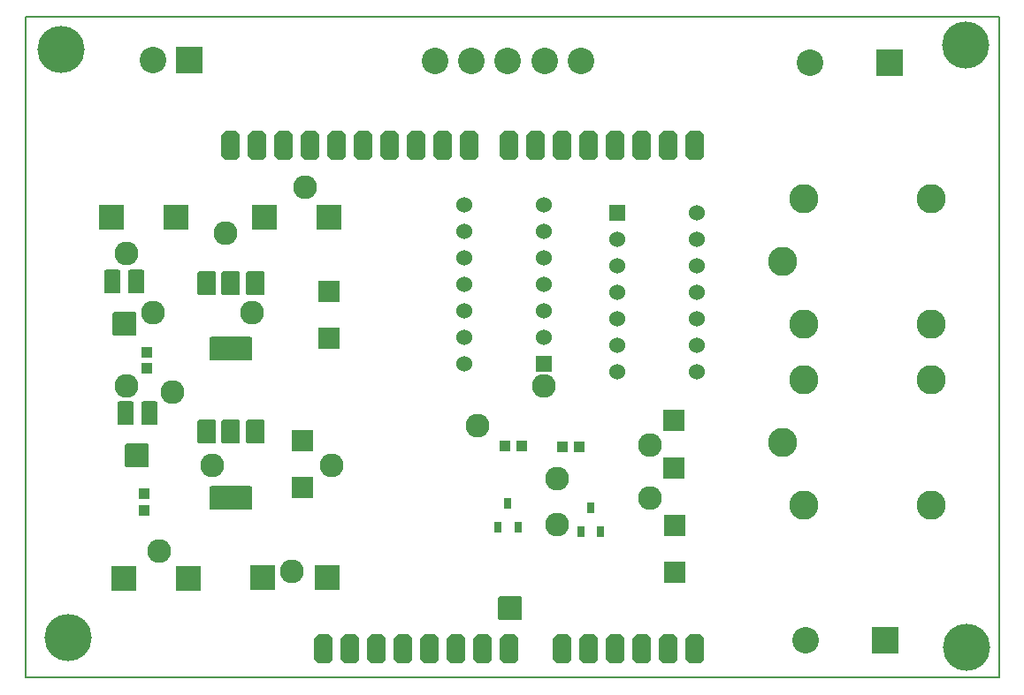
<source format=gbr>
G04 PROTEUS RS274X GERBER FILE*
%FSLAX45Y45*%
%MOMM*%
G01*
%ADD27C,2.286000*%
%AMPPAD025*
4,1,8,
-0.509800,1.397000,
0.509800,1.397000,
0.889000,1.017800,
0.889000,-1.017800,
0.509800,-1.397000,
-0.509800,-1.397000,
-0.889000,-1.017800,
-0.889000,1.017800,
-0.509800,1.397000,
0*%
%ADD31PPAD025*%
%AMPPAD026*
4,1,36,
0.762000,-1.143000,
-0.762000,-1.143000,
-0.787970,-1.140470,
-0.811980,-1.133200,
-0.833580,-1.121650,
-0.852290,-1.106290,
-0.867650,-1.087570,
-0.879200,-1.065980,
-0.886470,-1.041970,
-0.889000,-1.016000,
-0.889000,1.016000,
-0.886470,1.041970,
-0.879200,1.065980,
-0.867650,1.087570,
-0.852290,1.106290,
-0.833580,1.121650,
-0.811980,1.133200,
-0.787970,1.140470,
-0.762000,1.143000,
0.762000,1.143000,
0.787970,1.140470,
0.811980,1.133200,
0.833580,1.121650,
0.852290,1.106290,
0.867650,1.087570,
0.879200,1.065980,
0.886470,1.041970,
0.889000,1.016000,
0.889000,-1.016000,
0.886470,-1.041970,
0.879200,-1.065980,
0.867650,-1.087570,
0.852290,-1.106290,
0.833580,-1.121650,
0.811980,-1.133200,
0.787970,-1.140470,
0.762000,-1.143000,
0*%
%ADD32PPAD026*%
%AMPPAD027*
4,1,36,
-2.032000,-1.016000,
-2.032000,1.016000,
-2.029470,1.041970,
-2.022200,1.065980,
-2.010650,1.087580,
-1.995290,1.106290,
-1.976570,1.121650,
-1.954980,1.133200,
-1.930970,1.140470,
-1.905000,1.143000,
1.905000,1.143000,
1.930970,1.140470,
1.954980,1.133200,
1.976570,1.121650,
1.995290,1.106290,
2.010650,1.087580,
2.022200,1.065980,
2.029470,1.041970,
2.032000,1.016000,
2.032000,-1.016000,
2.029470,-1.041970,
2.022200,-1.065980,
2.010650,-1.087580,
1.995290,-1.106290,
1.976570,-1.121650,
1.954980,-1.133200,
1.930970,-1.140470,
1.905000,-1.143000,
-1.905000,-1.143000,
-1.930970,-1.140470,
-1.954980,-1.133200,
-1.976570,-1.121650,
-1.995290,-1.106290,
-2.010650,-1.087580,
-2.022200,-1.065980,
-2.029470,-1.041970,
-2.032000,-1.016000,
0*%
%ADD33PPAD027*%
%AMPPAD028*
4,1,4,
-1.054100,1.054100,
1.054100,1.054100,
1.054100,-1.054100,
-1.054100,-1.054100,
-1.054100,1.054100,
0*%
%ADD34PPAD028*%
%AMPPAD029*
4,1,4,
-1.181100,1.219200,
1.181100,1.219200,
1.181100,-1.219200,
-1.181100,-1.219200,
-1.181100,1.219200,
0*%
%ADD35PPAD029*%
%AMPPAD030*
4,1,4,
-0.495300,-0.469900,
-0.495300,0.469900,
0.495300,0.469900,
0.495300,-0.469900,
-0.495300,-0.469900,
0*%
%ADD36PPAD030*%
%AMPPAD031*
4,1,36,
0.635000,-1.143000,
-0.635000,-1.143000,
-0.660970,-1.140470,
-0.684980,-1.133200,
-0.706580,-1.121650,
-0.725290,-1.106290,
-0.740650,-1.087570,
-0.752200,-1.065980,
-0.759470,-1.041970,
-0.762000,-1.016000,
-0.762000,1.016000,
-0.759470,1.041970,
-0.752200,1.065980,
-0.740650,1.087570,
-0.725290,1.106290,
-0.706580,1.121650,
-0.684980,1.133200,
-0.660970,1.140470,
-0.635000,1.143000,
0.635000,1.143000,
0.660970,1.140470,
0.684980,1.133200,
0.706580,1.121650,
0.725290,1.106290,
0.740650,1.087570,
0.752200,1.065980,
0.759470,1.041970,
0.762000,1.016000,
0.762000,-1.016000,
0.759470,-1.041970,
0.752200,-1.065980,
0.740650,-1.087570,
0.725290,-1.106290,
0.706580,-1.121650,
0.684980,-1.133200,
0.660970,-1.140470,
0.635000,-1.143000,
0*%
%ADD37PPAD031*%
%AMPPAD032*
4,1,36,
-1.143000,-1.016000,
-1.143000,1.016000,
-1.140470,1.041970,
-1.133200,1.065980,
-1.121650,1.087580,
-1.106290,1.106290,
-1.087570,1.121650,
-1.065980,1.133200,
-1.041970,1.140470,
-1.016000,1.143000,
1.016000,1.143000,
1.041970,1.140470,
1.065980,1.133200,
1.087570,1.121650,
1.106290,1.106290,
1.121650,1.087580,
1.133200,1.065980,
1.140470,1.041970,
1.143000,1.016000,
1.143000,-1.016000,
1.140470,-1.041970,
1.133200,-1.065980,
1.121650,-1.087580,
1.106290,-1.106290,
1.087570,-1.121650,
1.065980,-1.133200,
1.041970,-1.140470,
1.016000,-1.143000,
-1.016000,-1.143000,
-1.041970,-1.140470,
-1.065980,-1.133200,
-1.087570,-1.121650,
-1.106290,-1.106290,
-1.121650,-1.087580,
-1.133200,-1.065980,
-1.140470,-1.041970,
-1.143000,-1.016000,
0*%
%ADD38PPAD032*%
%AMPPAD033*
4,1,36,
0.762000,0.635000,
0.762000,-0.635000,
0.759470,-0.660970,
0.752200,-0.684980,
0.740650,-0.706580,
0.725290,-0.725290,
0.706570,-0.740650,
0.684980,-0.752200,
0.660970,-0.759470,
0.635000,-0.762000,
-0.635000,-0.762000,
-0.660970,-0.759470,
-0.684980,-0.752200,
-0.706570,-0.740650,
-0.725290,-0.725290,
-0.740650,-0.706580,
-0.752200,-0.684980,
-0.759470,-0.660970,
-0.762000,-0.635000,
-0.762000,0.635000,
-0.759470,0.660970,
-0.752200,0.684980,
-0.740650,0.706580,
-0.725290,0.725290,
-0.706570,0.740650,
-0.684980,0.752200,
-0.660970,0.759470,
-0.635000,0.762000,
0.635000,0.762000,
0.660970,0.759470,
0.684980,0.752200,
0.706570,0.740650,
0.725290,0.725290,
0.740650,0.706580,
0.752200,0.684980,
0.759470,0.660970,
0.762000,0.635000,
0*%
%ADD39PPAD033*%
%ADD40C,1.524000*%
%AMPPAD035*
4,1,4,
0.469900,-0.495300,
-0.469900,-0.495300,
-0.469900,0.495300,
0.469900,0.495300,
0.469900,-0.495300,
0*%
%ADD41PPAD035*%
%AMPPAD036*
4,1,4,
0.304800,-0.469900,
-0.304800,-0.469900,
-0.304800,0.469900,
0.304800,0.469900,
0.304800,-0.469900,
0*%
%ADD42PPAD036*%
%AMPPAD037*
4,1,36,
-1.016000,1.143000,
1.016000,1.143000,
1.041970,1.140470,
1.065980,1.133200,
1.087580,1.121650,
1.106290,1.106290,
1.121650,1.087570,
1.133200,1.065980,
1.140470,1.041970,
1.143000,1.016000,
1.143000,-1.016000,
1.140470,-1.041970,
1.133200,-1.065980,
1.121650,-1.087570,
1.106290,-1.106290,
1.087580,-1.121650,
1.065980,-1.133200,
1.041970,-1.140470,
1.016000,-1.143000,
-1.016000,-1.143000,
-1.041970,-1.140470,
-1.065980,-1.133200,
-1.087580,-1.121650,
-1.106290,-1.106290,
-1.121650,-1.087570,
-1.133200,-1.065980,
-1.140470,-1.041970,
-1.143000,-1.016000,
-1.143000,1.016000,
-1.140470,1.041970,
-1.133200,1.065980,
-1.121650,1.087570,
-1.106290,1.106290,
-1.087580,1.121650,
-1.065980,1.133200,
-1.041970,1.140470,
-1.016000,1.143000,
0*%
%ADD43PPAD037*%
%ADD44C,2.794000*%
%AMPPAD039*
4,1,36,
-1.270000,-1.143000,
-1.270000,1.143000,
-1.267470,1.168970,
-1.260200,1.192980,
-1.248650,1.214580,
-1.233290,1.233290,
-1.214570,1.248650,
-1.192980,1.260200,
-1.168970,1.267470,
-1.143000,1.270000,
1.143000,1.270000,
1.168970,1.267470,
1.192980,1.260200,
1.214570,1.248650,
1.233290,1.233290,
1.248650,1.214580,
1.260200,1.192980,
1.267470,1.168970,
1.270000,1.143000,
1.270000,-1.143000,
1.267470,-1.168970,
1.260200,-1.192980,
1.248650,-1.214580,
1.233290,-1.233290,
1.214570,-1.248650,
1.192980,-1.260200,
1.168970,-1.267470,
1.143000,-1.270000,
-1.143000,-1.270000,
-1.168970,-1.267470,
-1.192980,-1.260200,
-1.214570,-1.248650,
-1.233290,-1.233290,
-1.248650,-1.214580,
-1.260200,-1.192980,
-1.267470,-1.168970,
-1.270000,-1.143000,
0*%
%ADD45PPAD039*%
%ADD25C,2.540000*%
%ADD46C,4.508000*%
%AMPPAD041*
4,1,36,
1.143000,-1.270000,
-1.143000,-1.270000,
-1.168970,-1.267470,
-1.192980,-1.260200,
-1.214580,-1.248650,
-1.233290,-1.233290,
-1.248650,-1.214570,
-1.260200,-1.192980,
-1.267470,-1.168970,
-1.270000,-1.143000,
-1.270000,1.143000,
-1.267470,1.168970,
-1.260200,1.192980,
-1.248650,1.214570,
-1.233290,1.233290,
-1.214580,1.248650,
-1.192980,1.260200,
-1.168970,1.267470,
-1.143000,1.270000,
1.143000,1.270000,
1.168970,1.267470,
1.192980,1.260200,
1.214580,1.248650,
1.233290,1.233290,
1.248650,1.214570,
1.260200,1.192980,
1.267470,1.168970,
1.270000,1.143000,
1.270000,-1.143000,
1.267470,-1.168970,
1.260200,-1.192980,
1.248650,-1.214570,
1.233290,-1.233290,
1.214580,-1.248650,
1.192980,-1.260200,
1.168970,-1.267470,
1.143000,-1.270000,
0*%
%ADD47PPAD041*%
%ADD29C,0.203200*%
%TD.AperFunction*%
D27*
X+4532500Y+2708500D03*
X+3770500Y+3724500D03*
X+7961500Y+3407000D03*
X+3897500Y+5947000D03*
X+7961500Y+3915000D03*
X+4913500Y+3724500D03*
X+3262500Y+2899000D03*
X+3389500Y+4423000D03*
X+4151500Y+5185000D03*
X+3199000Y+5185000D03*
X+6945500Y+4486500D03*
X+7072500Y+3153000D03*
X+7072500Y+3597500D03*
X+6310500Y+4105500D03*
X+2945000Y+4486500D03*
X+4659500Y+6391500D03*
X+2945000Y+5756500D03*
D31*
X+8390000Y+6790000D03*
X+8136000Y+6790000D03*
X+7882000Y+6790000D03*
X+7628000Y+6790000D03*
X+5596000Y+1964000D03*
X+7374000Y+6790000D03*
X+7120000Y+6790000D03*
X+5850000Y+1964000D03*
X+6866000Y+6790000D03*
X+6612000Y+6790000D03*
X+6231000Y+6790000D03*
X+5977000Y+6790000D03*
X+5723000Y+6790000D03*
X+5469000Y+6790000D03*
X+5215000Y+6790000D03*
X+4961000Y+6790000D03*
X+4834000Y+1964000D03*
X+7120000Y+1964000D03*
X+7374000Y+1964000D03*
X+7628000Y+1964000D03*
X+7882000Y+1964000D03*
X+8136000Y+1964000D03*
X+8390000Y+1964000D03*
X+4453000Y+6790000D03*
X+6104000Y+1964000D03*
X+6358000Y+1964000D03*
X+4707000Y+6790000D03*
X+5088000Y+1964000D03*
X+5342000Y+1964000D03*
X+3945000Y+6790000D03*
X+4199000Y+6790000D03*
X+6612000Y+1964000D03*
D32*
X+4181140Y+5470000D03*
D33*
X+3950000Y+4840080D03*
D32*
X+3950000Y+5470000D03*
X+3718860Y+5470000D03*
X+4181140Y+4040000D03*
D33*
X+3950000Y+3410080D03*
D32*
X+3950000Y+4040000D03*
X+3718860Y+4040000D03*
D34*
X+4630000Y+3510000D03*
X+4630000Y+3960000D03*
X+4890000Y+4940000D03*
X+4890000Y+5390000D03*
D35*
X+4270000Y+6100000D03*
X+4890000Y+6100000D03*
X+2800000Y+6100000D03*
X+3420000Y+6100000D03*
X+4250000Y+2650000D03*
X+4870000Y+2650000D03*
X+2920000Y+2640000D03*
X+3540000Y+2640000D03*
D36*
X+3120000Y+3290000D03*
X+3120000Y+3450000D03*
X+3140000Y+4650000D03*
X+3140000Y+4810000D03*
D37*
X+2815700Y+5483200D03*
X+3044300Y+5483200D03*
D38*
X+2930000Y+5076800D03*
D39*
X+7648000Y+6144000D03*
D40*
X+7648000Y+5890000D03*
X+7648000Y+5636000D03*
X+7648000Y+5382000D03*
X+7648000Y+5128000D03*
X+7648000Y+4874000D03*
X+7648000Y+4620000D03*
X+8410000Y+4620000D03*
X+8410000Y+4874000D03*
X+8410000Y+5128000D03*
X+8410000Y+5382000D03*
X+8410000Y+5636000D03*
X+8410000Y+5890000D03*
X+8410000Y+6144000D03*
D39*
X+6940000Y+4700000D03*
D40*
X+6940000Y+4954000D03*
X+6940000Y+5208000D03*
X+6940000Y+5462000D03*
X+6940000Y+5716000D03*
X+6940000Y+5970000D03*
X+6940000Y+6224000D03*
X+6178000Y+6224000D03*
X+6178000Y+5970000D03*
X+6178000Y+5716000D03*
X+6178000Y+5462000D03*
X+6178000Y+5208000D03*
X+6178000Y+4954000D03*
X+6178000Y+4700000D03*
D41*
X+6730000Y+3910000D03*
X+6570000Y+3910000D03*
X+7280000Y+3900000D03*
X+7120000Y+3900000D03*
D42*
X+6505000Y+3130000D03*
X+6695000Y+3130000D03*
X+6600000Y+3360000D03*
X+7295000Y+3090000D03*
X+7485000Y+3090000D03*
X+7390000Y+3320000D03*
D43*
X+6620000Y+2350000D03*
D34*
X+8190000Y+3700000D03*
X+8190000Y+4150000D03*
X+8200000Y+2700000D03*
X+8200000Y+3150000D03*
D44*
X+9430000Y+6280000D03*
X+9430000Y+5080000D03*
X+9230000Y+5680000D03*
X+10650000Y+6280000D03*
X+10650000Y+5080000D03*
X+9430000Y+4540000D03*
X+9430000Y+3340000D03*
X+9230000Y+3940000D03*
X+10650000Y+4540000D03*
X+10650000Y+3340000D03*
D45*
X+10212000Y+2050000D03*
D25*
X+9450000Y+2050000D03*
D45*
X+10250000Y+7580000D03*
D25*
X+9488000Y+7580000D03*
X+5900000Y+7600000D03*
X+6250000Y+7600000D03*
X+6600000Y+7600000D03*
X+6950000Y+7600000D03*
X+7300000Y+7600000D03*
D37*
X+2935700Y+4223200D03*
X+3164300Y+4223200D03*
D38*
X+3050000Y+3816800D03*
D46*
X+10990000Y+1980000D03*
X+10980000Y+7750000D03*
X+2320000Y+7710000D03*
X+2390000Y+2070000D03*
D47*
X+3550000Y+7604459D03*
D25*
X+3200000Y+7604459D03*
D29*
X+1980000Y+1690000D02*
X+11300000Y+1690000D01*
X+11300000Y+8020000D01*
X+1980000Y+8020000D01*
X+1980000Y+1690000D01*
M02*

</source>
